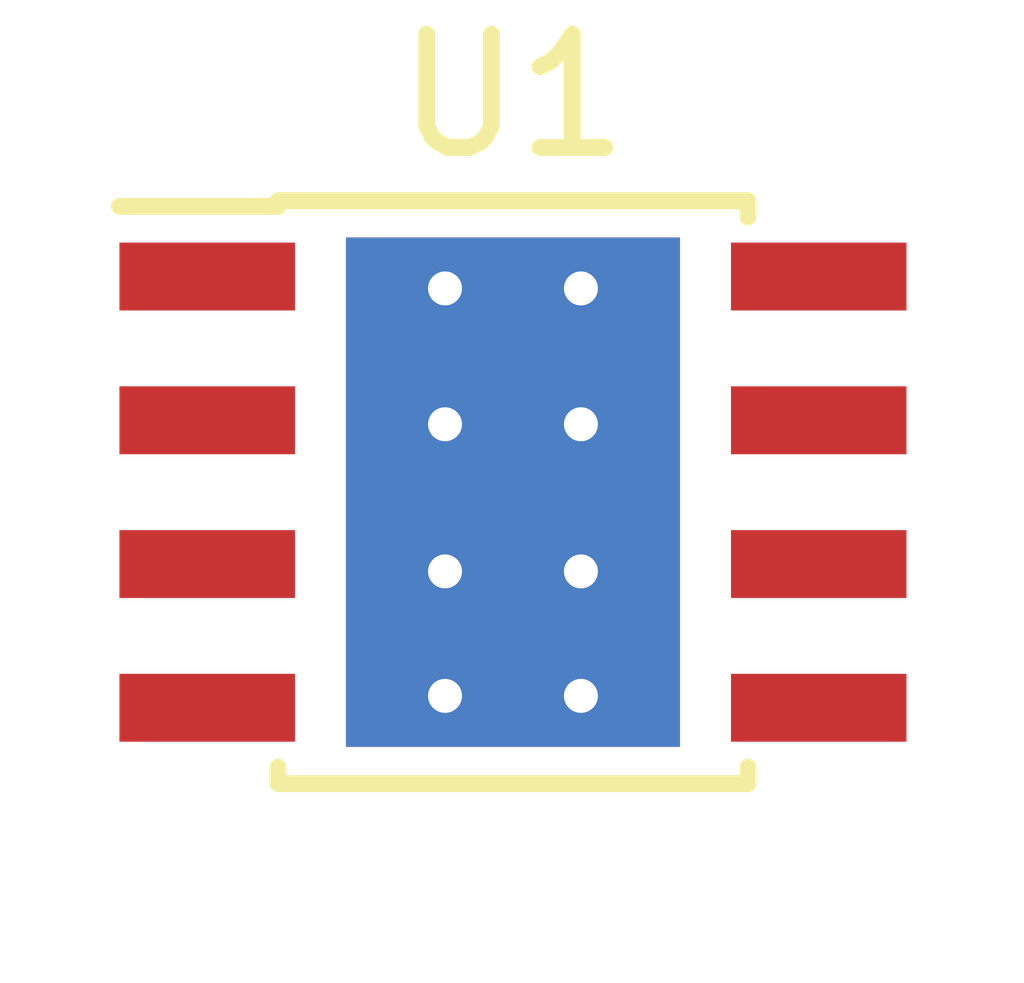
<source format=kicad_pcb>
(kicad_pcb (version 20221018) (generator pcbnew)
  (layers (0 "F.Cu" signal) (31 "B.Cu" signal) (34 "B.Paste" user) (35 "F.Paste" user) (36 "B.SilkS" user "B.Silkscreen") (37 "F.SilkS" user "F.Silkscreen") (38 "B.Mask" user) (39 "F.Mask" user) (44 "Edge.Cuts" user))
  (net 0 "")
  (footprint "Package_SO:TI_SO-PowerPAD-8_ThermalVias" (layer "F.Cu") (at 66.8 38.095)
    (fp_text reference "U1" (at 0 -3.5) (layer "F.SilkS"))
    (fp_text value "LM3410DGN")
    (fp_line (start -2.075 -2.575) (end -2.075 -2.525) (stroke (width 0.15)) (layer "F.SilkS"))
    (fp_line (start -2.075 -2.575) (end 2.075 -2.575) (stroke (width 0.15)) (layer "F.SilkS"))
    (fp_line (start -2.075 -2.525) (end -3.475 -2.525) (stroke (width 0.15)) (layer "F.SilkS"))
    (fp_line (start -2.075 2.575) (end -2.075 2.43) (stroke (width 0.15)) (layer "F.SilkS"))
    (fp_line (start -2.075 2.575) (end 2.075 2.575) (stroke (width 0.15)) (layer "F.SilkS"))
    (fp_line (start 2.075 -2.575) (end 2.075 -2.43) (stroke (width 0.15)) (layer "F.SilkS"))
    (fp_line (start 2.075 2.575) (end 2.075 2.43) (stroke (width 0.15)) (layer "F.SilkS"))
    (pad "1" smd rect (at -2.7 -1.905) (size 1.55 0.6) (layers "F.Cu" "F.Paste" "F.Mask"))
    (pad "2" smd rect (at -2.7 -0.635) (size 1.55 0.6) (layers "F.Cu" "F.Paste" "F.Mask"))
    (pad "3" smd rect (at -2.7 0.635) (size 1.55 0.6) (layers "F.Cu" "F.Paste" "F.Mask"))
    (pad "4" smd rect (at -2.7 1.905) (size 1.55 0.6) (layers "F.Cu" "F.Paste" "F.Mask"))
    (pad "5" smd rect (at 2.7 1.905) (size 1.55 0.6) (layers "F.Cu" "F.Paste" "F.Mask"))
    (pad "6" smd rect (at 2.7 0.635) (size 1.55 0.6) (layers "F.Cu" "F.Paste" "F.Mask"))
    (pad "7" smd rect (at 2.7 -0.635) (size 1.55 0.6) (layers "F.Cu" "F.Paste" "F.Mask"))
    (pad "8" smd rect (at 2.7 -1.905) (size 1.55 0.6) (layers "F.Cu" "F.Paste" "F.Mask"))
    (pad "9" thru_hole circle (at -0.6 -1.8) (size 0.6 0.6) (drill 0.3) (layers "*.Cu"))
    (pad "9" thru_hole circle (at -0.6 -0.6) (size 0.6 0.6) (drill 0.3) (layers "*.Cu"))
    (pad "9" thru_hole circle (at -0.6 0.7) (size 0.6 0.6) (drill 0.3) (layers "*.Cu"))
    (pad "9" thru_hole circle (at -0.6 1.8) (size 0.6 0.6) (drill 0.3) (layers "*.Cu"))
    (pad "9" smd rect (at 0 0) (size 2.6 3.1) (layers "F.Cu" "F.Paste" "F.Mask"))
    (pad "9" smd rect (at 0 0) (size 2.95 4.5) (layers "F.Cu"))
    (pad "9" smd rect (at 0 0) (size 2.95 4.5) (layers "B.Cu"))
    (pad "9" thru_hole circle (at 0.6 -1.8) (size 0.6 0.6) (drill 0.3) (layers "*.Cu"))
    (pad "9" thru_hole circle (at 0.6 -0.6) (size 0.6 0.6) (drill 0.3) (layers "*.Cu"))
    (pad "9" thru_hole circle (at 0.6 0.7) (size 0.6 0.6) (drill 0.3) (layers "*.Cu"))
    (pad "9" thru_hole circle (at 0.6 1.8) (size 0.6 0.6) (drill 0.3) (layers "*.Cu"))
  )
)
</source>
